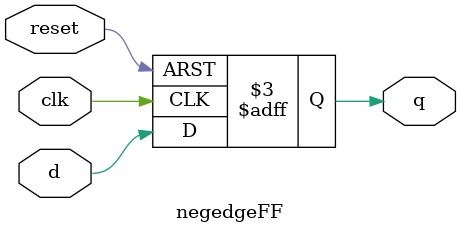
<source format=v>
/**************************************************************************
 *
 *  EE/CS 314
 *  Cornell University, Ithaca, NY 14853
 *
 **************************************************************************
 */

// negative-edge flip-flop with ASYNCHRONOUS active-high reset
module negedgeFF(clk,reset,d,q);
   input wire clk;
   input wire reset;
   input wire d;
   output reg q;
 
  always @(negedge clk or posedge reset)
    begin    
     	if(reset == 1) q <= 0;
	else q <= d;
     end

`ifdef FUNCTIONAL
   integer last_change = -1;
   always @(clk or reset) begin
      if ($time == last_change) begin
	 $display("Warning: potential glitch in posedgeFF at real time %d", $time);
      end
      last_change = $time;
      
   end
`endif
   
endmodule // negedgeFF

</source>
